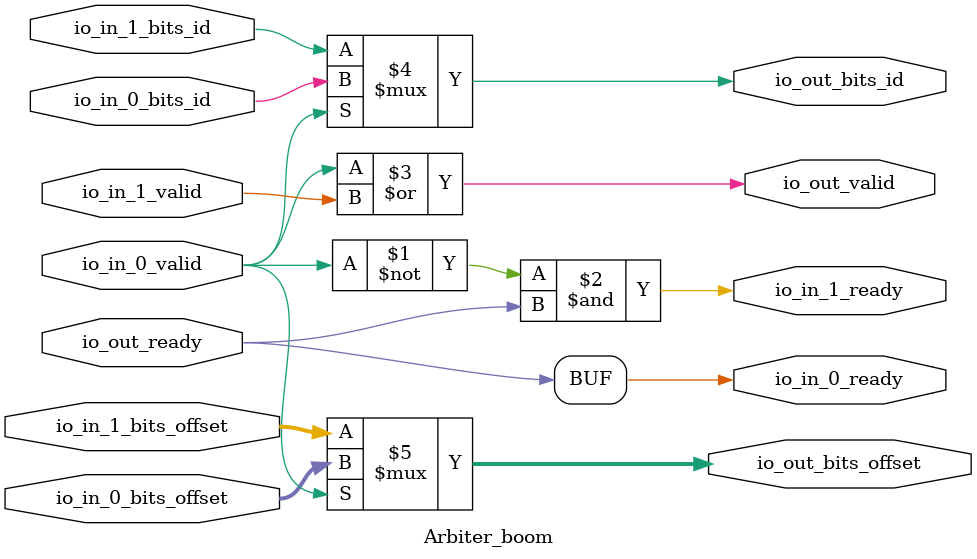
<source format=sv>
`ifndef RANDOMIZE
  `ifdef RANDOMIZE_REG_INIT
    `define RANDOMIZE
  `endif // RANDOMIZE_REG_INIT
`endif // not def RANDOMIZE
`ifndef RANDOMIZE
  `ifdef RANDOMIZE_MEM_INIT
    `define RANDOMIZE
  `endif // RANDOMIZE_MEM_INIT
`endif // not def RANDOMIZE

`ifndef RANDOM
  `define RANDOM $random
`endif // not def RANDOM

// Users can define 'PRINTF_COND' to add an extra gate to prints.
`ifndef PRINTF_COND_
  `ifdef PRINTF_COND
    `define PRINTF_COND_ (`PRINTF_COND)
  `else  // PRINTF_COND
    `define PRINTF_COND_ 1
  `endif // PRINTF_COND
`endif // not def PRINTF_COND_

// Users can define 'ASSERT_VERBOSE_COND' to add an extra gate to assert error printing.
`ifndef ASSERT_VERBOSE_COND_
  `ifdef ASSERT_VERBOSE_COND
    `define ASSERT_VERBOSE_COND_ (`ASSERT_VERBOSE_COND)
  `else  // ASSERT_VERBOSE_COND
    `define ASSERT_VERBOSE_COND_ 1
  `endif // ASSERT_VERBOSE_COND
`endif // not def ASSERT_VERBOSE_COND_

// Users can define 'STOP_COND' to add an extra gate to stop conditions.
`ifndef STOP_COND_
  `ifdef STOP_COND
    `define STOP_COND_ (`STOP_COND)
  `else  // STOP_COND
    `define STOP_COND_ 1
  `endif // STOP_COND
`endif // not def STOP_COND_

// Users can define INIT_RANDOM as general code that gets injected into the
// initializer block for modules with registers.
`ifndef INIT_RANDOM
  `define INIT_RANDOM
`endif // not def INIT_RANDOM

// If using random initialization, you can also define RANDOMIZE_DELAY to
// customize the delay used, otherwise 0.002 is used.
`ifndef RANDOMIZE_DELAY
  `define RANDOMIZE_DELAY 0.002
`endif // not def RANDOMIZE_DELAY

// Define INIT_RANDOM_PROLOG_ for use in our modules below.
`ifndef INIT_RANDOM_PROLOG_
  `ifdef RANDOMIZE
    `ifdef VERILATOR
      `define INIT_RANDOM_PROLOG_ `INIT_RANDOM
    `else  // VERILATOR
      `define INIT_RANDOM_PROLOG_ `INIT_RANDOM #`RANDOMIZE_DELAY begin end
    `endif // VERILATOR
  `else  // RANDOMIZE
    `define INIT_RANDOM_PROLOG_
  `endif // RANDOMIZE
`endif // not def INIT_RANDOM_PROLOG_

module Arbiter_boom(
  input        io_in_0_valid,
               io_in_0_bits_id,
  input  [2:0] io_in_0_bits_offset,
  input        io_in_1_valid,
               io_in_1_bits_id,
  input  [2:0] io_in_1_bits_offset,
  input        io_out_ready,
  output       io_in_0_ready,
               io_in_1_ready,
               io_out_valid,
               io_out_bits_id,
  output [2:0] io_out_bits_offset
);

  assign io_in_0_ready = io_out_ready;
  assign io_in_1_ready = ~io_in_0_valid & io_out_ready;	// @[Arbiter.scala:45:78, :146:19]
  assign io_out_valid = io_in_0_valid | io_in_1_valid;	// @[Arbiter.scala:147:31]
  assign io_out_bits_id = io_in_0_valid ? io_in_0_bits_id : io_in_1_bits_id;	// @[Arbiter.scala:136:15, :138:26, :140:19]
  assign io_out_bits_offset = io_in_0_valid ? io_in_0_bits_offset : io_in_1_bits_offset;	// @[Arbiter.scala:136:15, :138:26, :140:19]
endmodule


</source>
